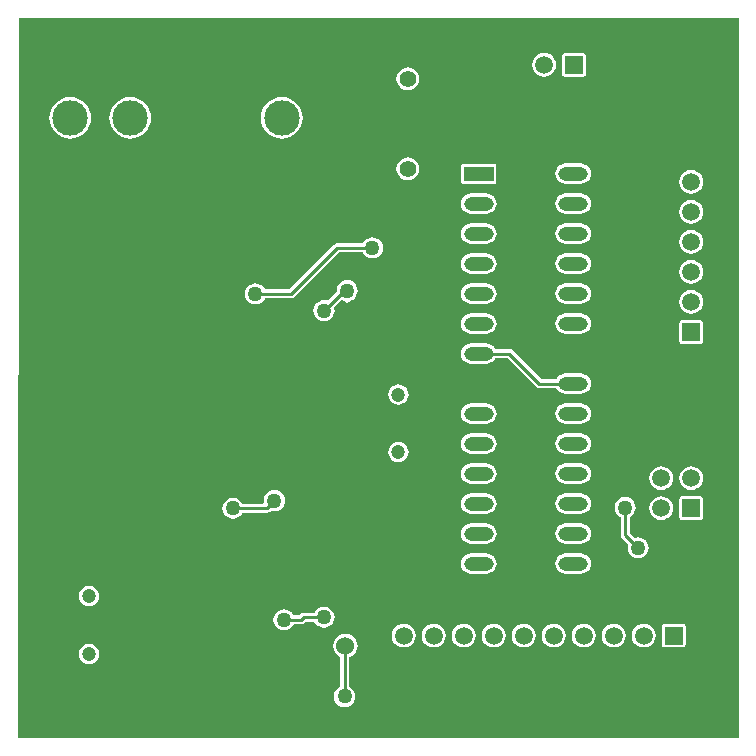
<source format=gbl>
G04 Layer_Physical_Order=2*
G04 Layer_Color=16711680*
%FSLAX44Y44*%
%MOMM*%
G71*
G01*
G75*
%ADD19C,0.2540*%
%ADD21C,1.5240*%
%ADD22C,1.5000*%
%ADD23R,1.5000X1.5000*%
%ADD24R,1.5000X1.5000*%
%ADD25C,1.4000*%
%ADD26R,2.5000X1.2000*%
%ADD27O,2.5000X1.2000*%
%ADD28C,1.2000*%
%ADD29C,3.0000*%
%ADD30C,1.2700*%
G36*
X1670000Y1230000D02*
Y620000D01*
X1060882Y620000D01*
X1059985Y620899D01*
X1061015Y1230000D01*
X1670000Y1230000D01*
D02*
G37*
%LPC*%
G36*
X1604600Y824727D02*
X1601979Y824382D01*
X1599537Y823370D01*
X1597439Y821761D01*
X1595830Y819663D01*
X1594818Y817221D01*
X1594473Y814600D01*
X1594818Y811979D01*
X1595830Y809537D01*
X1597439Y807439D01*
X1599537Y805830D01*
X1601979Y804818D01*
X1604600Y804473D01*
X1607221Y804818D01*
X1609663Y805830D01*
X1611761Y807439D01*
X1613370Y809537D01*
X1614382Y811979D01*
X1614727Y814600D01*
X1614382Y817221D01*
X1613370Y819663D01*
X1611761Y821761D01*
X1609663Y823370D01*
X1607221Y824382D01*
X1604600Y824727D01*
D02*
G37*
G36*
X1637500Y824690D02*
X1622500D01*
X1621509Y824493D01*
X1620669Y823931D01*
X1620107Y823091D01*
X1619910Y822100D01*
Y807100D01*
X1620107Y806109D01*
X1620669Y805269D01*
X1621509Y804707D01*
X1622500Y804510D01*
X1637500D01*
X1638491Y804707D01*
X1639331Y805269D01*
X1639893Y806109D01*
X1640090Y807100D01*
Y822100D01*
X1639893Y823091D01*
X1639331Y823931D01*
X1638491Y824493D01*
X1637500Y824690D01*
D02*
G37*
G36*
X1456500Y827014D02*
X1443500D01*
X1441271Y826720D01*
X1439193Y825860D01*
X1437409Y824491D01*
X1436040Y822707D01*
X1435180Y820629D01*
X1434886Y818400D01*
X1435180Y816171D01*
X1436040Y814093D01*
X1437409Y812309D01*
X1439193Y810940D01*
X1441271Y810080D01*
X1443500Y809786D01*
X1456500D01*
X1458729Y810080D01*
X1460807Y810940D01*
X1462591Y812309D01*
X1463960Y814093D01*
X1464820Y816171D01*
X1465114Y818400D01*
X1464820Y820629D01*
X1463960Y822707D01*
X1462591Y824491D01*
X1460807Y825860D01*
X1458729Y826720D01*
X1456500Y827014D01*
D02*
G37*
G36*
X1536500Y801614D02*
X1523500D01*
X1521271Y801320D01*
X1519193Y800460D01*
X1517409Y799091D01*
X1516040Y797307D01*
X1515180Y795229D01*
X1514886Y793000D01*
X1515180Y790771D01*
X1516040Y788693D01*
X1517409Y786909D01*
X1519193Y785540D01*
X1521271Y784680D01*
X1523500Y784386D01*
X1536500D01*
X1538729Y784680D01*
X1540807Y785540D01*
X1542591Y786909D01*
X1543960Y788693D01*
X1544820Y790771D01*
X1545114Y793000D01*
X1544820Y795229D01*
X1543960Y797307D01*
X1542591Y799091D01*
X1540807Y800460D01*
X1538729Y801320D01*
X1536500Y801614D01*
D02*
G37*
G36*
Y776214D02*
X1523500D01*
X1521271Y775920D01*
X1519193Y775060D01*
X1517409Y773691D01*
X1516040Y771907D01*
X1515180Y769829D01*
X1514886Y767600D01*
X1515180Y765371D01*
X1516040Y763293D01*
X1517409Y761509D01*
X1519193Y760140D01*
X1521271Y759280D01*
X1523500Y758986D01*
X1536500D01*
X1538729Y759280D01*
X1540807Y760140D01*
X1542591Y761509D01*
X1543960Y763293D01*
X1544820Y765371D01*
X1545114Y767600D01*
X1544820Y769829D01*
X1543960Y771907D01*
X1542591Y773691D01*
X1540807Y775060D01*
X1538729Y775920D01*
X1536500Y776214D01*
D02*
G37*
G36*
X1574000Y823967D02*
X1571679Y823661D01*
X1569517Y822765D01*
X1567660Y821340D01*
X1566235Y819483D01*
X1565339Y817321D01*
X1565033Y815000D01*
X1565339Y812679D01*
X1566235Y810517D01*
X1567660Y808660D01*
X1569517Y807235D01*
X1570115Y806987D01*
Y792000D01*
X1570411Y790513D01*
X1571253Y789253D01*
X1576587Y783919D01*
X1576339Y783321D01*
X1576033Y781000D01*
X1576339Y778679D01*
X1577235Y776517D01*
X1578660Y774660D01*
X1580517Y773235D01*
X1582679Y772339D01*
X1585000Y772033D01*
X1587321Y772339D01*
X1589483Y773235D01*
X1591340Y774660D01*
X1592765Y776517D01*
X1593661Y778679D01*
X1593967Y781000D01*
X1593661Y783321D01*
X1592765Y785483D01*
X1591340Y787340D01*
X1589483Y788765D01*
X1587321Y789661D01*
X1585000Y789967D01*
X1582679Y789661D01*
X1582081Y789413D01*
X1577885Y793609D01*
Y806987D01*
X1578483Y807235D01*
X1580340Y808660D01*
X1581765Y810517D01*
X1582661Y812679D01*
X1582967Y815000D01*
X1582661Y817321D01*
X1581765Y819483D01*
X1580340Y821340D01*
X1578483Y822765D01*
X1576321Y823661D01*
X1574000Y823967D01*
D02*
G37*
G36*
X1456500Y801614D02*
X1443500D01*
X1441271Y801320D01*
X1439193Y800460D01*
X1437409Y799091D01*
X1436040Y797307D01*
X1435180Y795229D01*
X1434886Y793000D01*
X1435180Y790771D01*
X1436040Y788693D01*
X1437409Y786909D01*
X1439193Y785540D01*
X1441271Y784680D01*
X1443500Y784386D01*
X1456500D01*
X1458729Y784680D01*
X1460807Y785540D01*
X1462591Y786909D01*
X1463960Y788693D01*
X1464820Y790771D01*
X1465114Y793000D01*
X1464820Y795229D01*
X1463960Y797307D01*
X1462591Y799091D01*
X1460807Y800460D01*
X1458729Y801320D01*
X1456500Y801614D01*
D02*
G37*
G36*
X1536500Y827014D02*
X1523500D01*
X1521271Y826720D01*
X1519193Y825860D01*
X1517409Y824491D01*
X1516040Y822707D01*
X1515180Y820629D01*
X1514886Y818400D01*
X1515180Y816171D01*
X1516040Y814093D01*
X1517409Y812309D01*
X1519193Y810940D01*
X1521271Y810080D01*
X1523500Y809786D01*
X1536500D01*
X1538729Y810080D01*
X1540807Y810940D01*
X1542591Y812309D01*
X1543960Y814093D01*
X1544820Y816171D01*
X1545114Y818400D01*
X1544820Y820629D01*
X1543960Y822707D01*
X1542591Y824491D01*
X1540807Y825860D01*
X1538729Y826720D01*
X1536500Y827014D01*
D02*
G37*
G36*
Y852414D02*
X1523500D01*
X1521271Y852120D01*
X1519193Y851260D01*
X1517409Y849891D01*
X1516040Y848107D01*
X1515180Y846029D01*
X1514886Y843800D01*
X1515180Y841571D01*
X1516040Y839493D01*
X1517409Y837709D01*
X1519193Y836340D01*
X1521271Y835480D01*
X1523500Y835186D01*
X1536500D01*
X1538729Y835480D01*
X1540807Y836340D01*
X1542591Y837709D01*
X1543960Y839493D01*
X1544820Y841571D01*
X1545114Y843800D01*
X1544820Y846029D01*
X1543960Y848107D01*
X1542591Y849891D01*
X1540807Y851260D01*
X1538729Y852120D01*
X1536500Y852414D01*
D02*
G37*
G36*
X1382000Y870614D02*
X1379771Y870320D01*
X1377693Y869460D01*
X1375909Y868091D01*
X1374540Y866307D01*
X1373680Y864229D01*
X1373386Y862000D01*
X1373680Y859771D01*
X1374540Y857693D01*
X1375909Y855909D01*
X1377693Y854540D01*
X1379771Y853680D01*
X1382000Y853386D01*
X1384229Y853680D01*
X1386307Y854540D01*
X1388091Y855909D01*
X1389460Y857693D01*
X1390320Y859771D01*
X1390614Y862000D01*
X1390320Y864229D01*
X1389460Y866307D01*
X1388091Y868091D01*
X1386307Y869460D01*
X1384229Y870320D01*
X1382000Y870614D01*
D02*
G37*
G36*
X1456500Y877814D02*
X1443500D01*
X1441271Y877520D01*
X1439193Y876660D01*
X1437409Y875291D01*
X1436040Y873507D01*
X1435180Y871429D01*
X1434886Y869200D01*
X1435180Y866971D01*
X1436040Y864893D01*
X1437409Y863109D01*
X1439193Y861740D01*
X1441271Y860880D01*
X1443500Y860586D01*
X1456500D01*
X1458729Y860880D01*
X1460807Y861740D01*
X1462591Y863109D01*
X1463960Y864893D01*
X1464820Y866971D01*
X1465114Y869200D01*
X1464820Y871429D01*
X1463960Y873507D01*
X1462591Y875291D01*
X1460807Y876660D01*
X1458729Y877520D01*
X1456500Y877814D01*
D02*
G37*
G36*
Y852414D02*
X1443500D01*
X1441271Y852120D01*
X1439193Y851260D01*
X1437409Y849891D01*
X1436040Y848107D01*
X1435180Y846029D01*
X1434886Y843800D01*
X1435180Y841571D01*
X1436040Y839493D01*
X1437409Y837709D01*
X1439193Y836340D01*
X1441271Y835480D01*
X1443500Y835186D01*
X1456500D01*
X1458729Y835480D01*
X1460807Y836340D01*
X1462591Y837709D01*
X1463960Y839493D01*
X1464820Y841571D01*
X1465114Y843800D01*
X1464820Y846029D01*
X1463960Y848107D01*
X1462591Y849891D01*
X1460807Y851260D01*
X1458729Y852120D01*
X1456500Y852414D01*
D02*
G37*
G36*
X1277000Y829967D02*
X1274679Y829661D01*
X1272517Y828765D01*
X1270660Y827340D01*
X1269235Y825483D01*
X1268339Y823321D01*
X1268033Y821000D01*
X1268210Y819655D01*
X1267154Y818385D01*
X1250013D01*
X1249765Y818983D01*
X1248340Y820840D01*
X1246483Y822265D01*
X1244321Y823161D01*
X1242000Y823467D01*
X1239679Y823161D01*
X1237517Y822265D01*
X1235660Y820840D01*
X1234235Y818983D01*
X1233339Y816821D01*
X1233033Y814500D01*
X1233339Y812179D01*
X1234235Y810017D01*
X1235660Y808160D01*
X1237517Y806735D01*
X1239679Y805839D01*
X1242000Y805533D01*
X1244321Y805839D01*
X1246483Y806735D01*
X1248340Y808160D01*
X1249765Y810017D01*
X1250013Y810615D01*
X1270500D01*
X1271987Y810911D01*
X1273247Y811753D01*
X1274081Y812587D01*
X1274679Y812339D01*
X1277000Y812033D01*
X1279321Y812339D01*
X1281483Y813235D01*
X1283340Y814660D01*
X1284765Y816517D01*
X1285661Y818679D01*
X1285967Y821000D01*
X1285661Y823321D01*
X1284765Y825483D01*
X1283340Y827340D01*
X1281483Y828765D01*
X1279321Y829661D01*
X1277000Y829967D01*
D02*
G37*
G36*
X1604600Y850127D02*
X1601979Y849782D01*
X1599537Y848770D01*
X1597439Y847161D01*
X1595830Y845063D01*
X1594818Y842621D01*
X1594473Y840000D01*
X1594818Y837379D01*
X1595830Y834937D01*
X1597439Y832839D01*
X1599537Y831230D01*
X1601979Y830218D01*
X1604600Y829873D01*
X1607221Y830218D01*
X1609663Y831230D01*
X1611761Y832839D01*
X1613370Y834937D01*
X1614382Y837379D01*
X1614727Y840000D01*
X1614382Y842621D01*
X1613370Y845063D01*
X1611761Y847161D01*
X1609663Y848770D01*
X1607221Y849782D01*
X1604600Y850127D01*
D02*
G37*
G36*
X1630000D02*
X1627379Y849782D01*
X1624937Y848770D01*
X1622839Y847161D01*
X1621230Y845063D01*
X1620218Y842621D01*
X1619873Y840000D01*
X1620218Y837379D01*
X1621230Y834937D01*
X1622839Y832839D01*
X1624937Y831230D01*
X1627379Y830218D01*
X1630000Y829873D01*
X1632621Y830218D01*
X1635063Y831230D01*
X1637161Y832839D01*
X1638770Y834937D01*
X1639782Y837379D01*
X1640127Y840000D01*
X1639782Y842621D01*
X1638770Y845063D01*
X1637161Y847161D01*
X1635063Y848770D01*
X1632621Y849782D01*
X1630000Y850127D01*
D02*
G37*
G36*
X1437350Y716877D02*
X1434729Y716532D01*
X1432287Y715520D01*
X1430189Y713911D01*
X1428580Y711813D01*
X1427568Y709371D01*
X1427223Y706750D01*
X1427568Y704129D01*
X1428580Y701687D01*
X1430189Y699589D01*
X1432287Y697980D01*
X1434729Y696968D01*
X1437350Y696623D01*
X1439971Y696968D01*
X1442413Y697980D01*
X1444511Y699589D01*
X1446120Y701687D01*
X1447132Y704129D01*
X1447477Y706750D01*
X1447132Y709371D01*
X1446120Y711813D01*
X1444511Y713911D01*
X1442413Y715520D01*
X1439971Y716532D01*
X1437350Y716877D01*
D02*
G37*
G36*
X1462750D02*
X1460129Y716532D01*
X1457687Y715520D01*
X1455589Y713911D01*
X1453980Y711813D01*
X1452968Y709371D01*
X1452623Y706750D01*
X1452968Y704129D01*
X1453980Y701687D01*
X1455589Y699589D01*
X1457687Y697980D01*
X1460129Y696968D01*
X1462750Y696623D01*
X1465371Y696968D01*
X1467813Y697980D01*
X1469911Y699589D01*
X1471520Y701687D01*
X1472532Y704129D01*
X1472877Y706750D01*
X1472532Y709371D01*
X1471520Y711813D01*
X1469911Y713911D01*
X1467813Y715520D01*
X1465371Y716532D01*
X1462750Y716877D01*
D02*
G37*
G36*
X1488150D02*
X1485529Y716532D01*
X1483087Y715520D01*
X1480989Y713911D01*
X1479380Y711813D01*
X1478368Y709371D01*
X1478023Y706750D01*
X1478368Y704129D01*
X1479380Y701687D01*
X1480989Y699589D01*
X1483087Y697980D01*
X1485529Y696968D01*
X1488150Y696623D01*
X1490771Y696968D01*
X1493213Y697980D01*
X1495311Y699589D01*
X1496920Y701687D01*
X1497932Y704129D01*
X1498277Y706750D01*
X1497932Y709371D01*
X1496920Y711813D01*
X1495311Y713911D01*
X1493213Y715520D01*
X1490771Y716532D01*
X1488150Y716877D01*
D02*
G37*
G36*
X1411950D02*
X1409329Y716532D01*
X1406887Y715520D01*
X1404789Y713911D01*
X1403180Y711813D01*
X1402168Y709371D01*
X1401823Y706750D01*
X1402168Y704129D01*
X1403180Y701687D01*
X1404789Y699589D01*
X1406887Y697980D01*
X1409329Y696968D01*
X1411950Y696623D01*
X1414571Y696968D01*
X1417013Y697980D01*
X1419111Y699589D01*
X1420720Y701687D01*
X1421732Y704129D01*
X1422077Y706750D01*
X1421732Y709371D01*
X1420720Y711813D01*
X1419111Y713911D01*
X1417013Y715520D01*
X1414571Y716532D01*
X1411950Y716877D01*
D02*
G37*
G36*
X1337250Y708248D02*
X1334598Y707898D01*
X1332126Y706875D01*
X1330004Y705246D01*
X1328375Y703124D01*
X1327352Y700652D01*
X1327002Y698000D01*
X1327352Y695348D01*
X1328375Y692876D01*
X1330004Y690754D01*
X1332126Y689125D01*
X1332615Y688923D01*
Y663263D01*
X1332017Y663015D01*
X1330160Y661590D01*
X1328735Y659733D01*
X1327839Y657571D01*
X1327533Y655250D01*
X1327839Y652929D01*
X1328735Y650767D01*
X1330160Y648910D01*
X1332017Y647485D01*
X1334179Y646589D01*
X1336500Y646283D01*
X1338821Y646589D01*
X1340983Y647485D01*
X1342840Y648910D01*
X1344265Y650767D01*
X1345161Y652929D01*
X1345467Y655250D01*
X1345161Y657571D01*
X1344265Y659733D01*
X1342840Y661590D01*
X1340983Y663015D01*
X1340385Y663263D01*
Y688301D01*
X1342374Y689125D01*
X1344496Y690754D01*
X1346125Y692876D01*
X1347148Y695348D01*
X1347498Y698000D01*
X1347148Y700652D01*
X1346125Y703124D01*
X1344496Y705246D01*
X1342374Y706875D01*
X1339902Y707898D01*
X1337250Y708248D01*
D02*
G37*
G36*
X1120000Y699814D02*
X1117771Y699520D01*
X1115693Y698660D01*
X1113909Y697291D01*
X1112540Y695507D01*
X1111680Y693429D01*
X1111386Y691200D01*
X1111680Y688971D01*
X1112540Y686893D01*
X1113909Y685109D01*
X1115693Y683740D01*
X1117771Y682880D01*
X1120000Y682586D01*
X1122229Y682880D01*
X1124307Y683740D01*
X1126091Y685109D01*
X1127460Y686893D01*
X1128320Y688971D01*
X1128614Y691200D01*
X1128320Y693429D01*
X1127460Y695507D01*
X1126091Y697291D01*
X1124307Y698660D01*
X1122229Y699520D01*
X1120000Y699814D01*
D02*
G37*
G36*
X1386550Y716877D02*
X1383929Y716532D01*
X1381487Y715520D01*
X1379389Y713911D01*
X1377780Y711813D01*
X1376768Y709371D01*
X1376423Y706750D01*
X1376768Y704129D01*
X1377780Y701687D01*
X1379389Y699589D01*
X1381487Y697980D01*
X1383929Y696968D01*
X1386550Y696623D01*
X1389171Y696968D01*
X1391613Y697980D01*
X1393711Y699589D01*
X1395320Y701687D01*
X1396332Y704129D01*
X1396677Y706750D01*
X1396332Y709371D01*
X1395320Y711813D01*
X1393711Y713911D01*
X1391613Y715520D01*
X1389171Y716532D01*
X1386550Y716877D01*
D02*
G37*
G36*
X1513550D02*
X1510929Y716532D01*
X1508487Y715520D01*
X1506389Y713911D01*
X1504780Y711813D01*
X1503768Y709371D01*
X1503423Y706750D01*
X1503768Y704129D01*
X1504780Y701687D01*
X1506389Y699589D01*
X1508487Y697980D01*
X1510929Y696968D01*
X1513550Y696623D01*
X1516171Y696968D01*
X1518613Y697980D01*
X1520711Y699589D01*
X1522320Y701687D01*
X1523332Y704129D01*
X1523677Y706750D01*
X1523332Y709371D01*
X1522320Y711813D01*
X1520711Y713911D01*
X1518613Y715520D01*
X1516171Y716532D01*
X1513550Y716877D01*
D02*
G37*
G36*
X1319000Y731217D02*
X1316679Y730911D01*
X1314517Y730015D01*
X1312660Y728590D01*
X1311235Y726733D01*
X1310987Y726135D01*
X1301750D01*
X1300263Y725839D01*
X1299003Y724997D01*
X1297891Y723885D01*
X1293263D01*
X1293015Y724483D01*
X1291590Y726340D01*
X1289733Y727765D01*
X1287571Y728661D01*
X1285250Y728967D01*
X1282929Y728661D01*
X1280767Y727765D01*
X1278910Y726340D01*
X1277485Y724483D01*
X1276589Y722321D01*
X1276283Y720000D01*
X1276589Y717679D01*
X1277485Y715517D01*
X1278910Y713660D01*
X1280767Y712235D01*
X1282929Y711339D01*
X1285250Y711033D01*
X1287571Y711339D01*
X1289733Y712235D01*
X1291590Y713660D01*
X1293015Y715517D01*
X1293263Y716115D01*
X1299500D01*
X1300987Y716411D01*
X1302247Y717253D01*
X1303359Y718365D01*
X1310987D01*
X1311235Y717767D01*
X1312660Y715910D01*
X1314517Y714485D01*
X1316679Y713589D01*
X1319000Y713283D01*
X1321321Y713589D01*
X1323483Y714485D01*
X1325340Y715910D01*
X1326765Y717767D01*
X1327661Y719929D01*
X1327967Y722250D01*
X1327661Y724571D01*
X1326765Y726733D01*
X1325340Y728590D01*
X1323483Y730015D01*
X1321321Y730911D01*
X1319000Y731217D01*
D02*
G37*
G36*
X1120000Y748614D02*
X1117771Y748320D01*
X1115693Y747460D01*
X1113909Y746091D01*
X1112540Y744307D01*
X1111680Y742229D01*
X1111386Y740000D01*
X1111680Y737771D01*
X1112540Y735693D01*
X1113909Y733909D01*
X1115693Y732540D01*
X1117771Y731680D01*
X1120000Y731386D01*
X1122229Y731680D01*
X1124307Y732540D01*
X1126091Y733909D01*
X1127460Y735693D01*
X1128320Y737771D01*
X1128614Y740000D01*
X1128320Y742229D01*
X1127460Y744307D01*
X1126091Y746091D01*
X1124307Y747460D01*
X1122229Y748320D01*
X1120000Y748614D01*
D02*
G37*
G36*
X1456500Y776214D02*
X1443500D01*
X1441271Y775920D01*
X1439193Y775060D01*
X1437409Y773691D01*
X1436040Y771907D01*
X1435180Y769829D01*
X1434886Y767600D01*
X1435180Y765371D01*
X1436040Y763293D01*
X1437409Y761509D01*
X1439193Y760140D01*
X1441271Y759280D01*
X1443500Y758986D01*
X1456500D01*
X1458729Y759280D01*
X1460807Y760140D01*
X1462591Y761509D01*
X1463960Y763293D01*
X1464820Y765371D01*
X1465114Y767600D01*
X1464820Y769829D01*
X1463960Y771907D01*
X1462591Y773691D01*
X1460807Y775060D01*
X1458729Y775920D01*
X1456500Y776214D01*
D02*
G37*
G36*
X1622650Y716840D02*
X1607650D01*
X1606659Y716643D01*
X1605819Y716081D01*
X1605257Y715241D01*
X1605060Y714250D01*
Y699250D01*
X1605257Y698259D01*
X1605819Y697419D01*
X1606659Y696857D01*
X1607650Y696660D01*
X1622650D01*
X1623641Y696857D01*
X1624481Y697419D01*
X1625043Y698259D01*
X1625240Y699250D01*
Y714250D01*
X1625043Y715241D01*
X1624481Y716081D01*
X1623641Y716643D01*
X1622650Y716840D01*
D02*
G37*
G36*
X1538950Y716877D02*
X1536329Y716532D01*
X1533887Y715520D01*
X1531789Y713911D01*
X1530180Y711813D01*
X1529168Y709371D01*
X1528823Y706750D01*
X1529168Y704129D01*
X1530180Y701687D01*
X1531789Y699589D01*
X1533887Y697980D01*
X1536329Y696968D01*
X1538950Y696623D01*
X1541571Y696968D01*
X1544013Y697980D01*
X1546111Y699589D01*
X1547720Y701687D01*
X1548732Y704129D01*
X1549077Y706750D01*
X1548732Y709371D01*
X1547720Y711813D01*
X1546111Y713911D01*
X1544013Y715520D01*
X1541571Y716532D01*
X1538950Y716877D01*
D02*
G37*
G36*
X1564350D02*
X1561729Y716532D01*
X1559287Y715520D01*
X1557189Y713911D01*
X1555580Y711813D01*
X1554568Y709371D01*
X1554223Y706750D01*
X1554568Y704129D01*
X1555580Y701687D01*
X1557189Y699589D01*
X1559287Y697980D01*
X1561729Y696968D01*
X1564350Y696623D01*
X1566971Y696968D01*
X1569413Y697980D01*
X1571511Y699589D01*
X1573120Y701687D01*
X1574132Y704129D01*
X1574477Y706750D01*
X1574132Y709371D01*
X1573120Y711813D01*
X1571511Y713911D01*
X1569413Y715520D01*
X1566971Y716532D01*
X1564350Y716877D01*
D02*
G37*
G36*
X1589750D02*
X1587129Y716532D01*
X1584687Y715520D01*
X1582589Y713911D01*
X1580980Y711813D01*
X1579968Y709371D01*
X1579623Y706750D01*
X1579968Y704129D01*
X1580980Y701687D01*
X1582589Y699589D01*
X1584687Y697980D01*
X1587129Y696968D01*
X1589750Y696623D01*
X1592371Y696968D01*
X1594813Y697980D01*
X1596911Y699589D01*
X1598520Y701687D01*
X1599532Y704129D01*
X1599877Y706750D01*
X1599532Y709371D01*
X1598520Y711813D01*
X1596911Y713911D01*
X1594813Y715520D01*
X1592371Y716532D01*
X1589750Y716877D01*
D02*
G37*
G36*
X1536500Y877814D02*
X1523500D01*
X1521271Y877520D01*
X1519193Y876660D01*
X1517409Y875291D01*
X1516040Y873507D01*
X1515180Y871429D01*
X1514886Y869200D01*
X1515180Y866971D01*
X1516040Y864893D01*
X1517409Y863109D01*
X1519193Y861740D01*
X1521271Y860880D01*
X1523500Y860586D01*
X1536500D01*
X1538729Y860880D01*
X1540807Y861740D01*
X1542591Y863109D01*
X1543960Y864893D01*
X1544820Y866971D01*
X1545114Y869200D01*
X1544820Y871429D01*
X1543960Y873507D01*
X1542591Y875291D01*
X1540807Y876660D01*
X1538729Y877520D01*
X1536500Y877814D01*
D02*
G37*
G36*
Y1081014D02*
X1523500D01*
X1521271Y1080720D01*
X1519193Y1079860D01*
X1517409Y1078491D01*
X1516040Y1076707D01*
X1515180Y1074629D01*
X1514886Y1072400D01*
X1515180Y1070171D01*
X1516040Y1068093D01*
X1517409Y1066309D01*
X1519193Y1064940D01*
X1521271Y1064080D01*
X1523500Y1063786D01*
X1536500D01*
X1538729Y1064080D01*
X1540807Y1064940D01*
X1542591Y1066309D01*
X1543960Y1068093D01*
X1544820Y1070171D01*
X1545114Y1072400D01*
X1544820Y1074629D01*
X1543960Y1076707D01*
X1542591Y1078491D01*
X1540807Y1079860D01*
X1538729Y1080720D01*
X1536500Y1081014D01*
D02*
G37*
G36*
X1630000Y1100927D02*
X1627379Y1100582D01*
X1624937Y1099570D01*
X1622839Y1097961D01*
X1621230Y1095863D01*
X1620218Y1093421D01*
X1619873Y1090800D01*
X1620218Y1088179D01*
X1621230Y1085737D01*
X1622839Y1083639D01*
X1624937Y1082030D01*
X1627379Y1081018D01*
X1630000Y1080673D01*
X1632621Y1081018D01*
X1635063Y1082030D01*
X1637161Y1083639D01*
X1638770Y1085737D01*
X1639782Y1088179D01*
X1640127Y1090800D01*
X1639782Y1093421D01*
X1638770Y1095863D01*
X1637161Y1097961D01*
X1635063Y1099570D01*
X1632621Y1100582D01*
X1630000Y1100927D01*
D02*
G37*
G36*
X1536500Y1106414D02*
X1523500D01*
X1521271Y1106120D01*
X1519193Y1105260D01*
X1517409Y1103891D01*
X1516040Y1102107D01*
X1515180Y1100029D01*
X1514886Y1097800D01*
X1515180Y1095571D01*
X1516040Y1093493D01*
X1517409Y1091709D01*
X1519193Y1090340D01*
X1521271Y1089480D01*
X1523500Y1089186D01*
X1536500D01*
X1538729Y1089480D01*
X1540807Y1090340D01*
X1542591Y1091709D01*
X1543960Y1093493D01*
X1544820Y1095571D01*
X1545114Y1097800D01*
X1544820Y1100029D01*
X1543960Y1102107D01*
X1542591Y1103891D01*
X1540807Y1105260D01*
X1538729Y1106120D01*
X1536500Y1106414D01*
D02*
G37*
G36*
X1456500Y1081014D02*
X1443500D01*
X1441271Y1080720D01*
X1439193Y1079860D01*
X1437409Y1078491D01*
X1436040Y1076707D01*
X1435180Y1074629D01*
X1434886Y1072400D01*
X1435180Y1070171D01*
X1436040Y1068093D01*
X1437409Y1066309D01*
X1439193Y1064940D01*
X1441271Y1064080D01*
X1443500Y1063786D01*
X1456500D01*
X1458729Y1064080D01*
X1460807Y1064940D01*
X1462591Y1066309D01*
X1463960Y1068093D01*
X1464820Y1070171D01*
X1465114Y1072400D01*
X1464820Y1074629D01*
X1463960Y1076707D01*
X1462591Y1078491D01*
X1460807Y1079860D01*
X1458729Y1080720D01*
X1456500Y1081014D01*
D02*
G37*
G36*
Y1055614D02*
X1443500D01*
X1441271Y1055320D01*
X1439193Y1054460D01*
X1437409Y1053091D01*
X1436040Y1051307D01*
X1435180Y1049229D01*
X1434886Y1047000D01*
X1435180Y1044771D01*
X1436040Y1042693D01*
X1437409Y1040909D01*
X1439193Y1039540D01*
X1441271Y1038680D01*
X1443500Y1038386D01*
X1456500D01*
X1458729Y1038680D01*
X1460807Y1039540D01*
X1462591Y1040909D01*
X1463960Y1042693D01*
X1464820Y1044771D01*
X1465114Y1047000D01*
X1464820Y1049229D01*
X1463960Y1051307D01*
X1462591Y1053091D01*
X1460807Y1054460D01*
X1458729Y1055320D01*
X1456500Y1055614D01*
D02*
G37*
G36*
X1536500D02*
X1523500D01*
X1521271Y1055320D01*
X1519193Y1054460D01*
X1517409Y1053091D01*
X1516040Y1051307D01*
X1515180Y1049229D01*
X1514886Y1047000D01*
X1515180Y1044771D01*
X1516040Y1042693D01*
X1517409Y1040909D01*
X1519193Y1039540D01*
X1521271Y1038680D01*
X1523500Y1038386D01*
X1536500D01*
X1538729Y1038680D01*
X1540807Y1039540D01*
X1542591Y1040909D01*
X1543960Y1042693D01*
X1544820Y1044771D01*
X1545114Y1047000D01*
X1544820Y1049229D01*
X1543960Y1051307D01*
X1542591Y1053091D01*
X1540807Y1054460D01*
X1538729Y1055320D01*
X1536500Y1055614D01*
D02*
G37*
G36*
X1630000Y1075527D02*
X1627379Y1075182D01*
X1624937Y1074170D01*
X1622839Y1072561D01*
X1621230Y1070463D01*
X1620218Y1068021D01*
X1619873Y1065400D01*
X1620218Y1062779D01*
X1621230Y1060337D01*
X1622839Y1058239D01*
X1624937Y1056630D01*
X1627379Y1055618D01*
X1630000Y1055273D01*
X1632621Y1055618D01*
X1635063Y1056630D01*
X1637161Y1058239D01*
X1638770Y1060337D01*
X1639782Y1062779D01*
X1640127Y1065400D01*
X1639782Y1068021D01*
X1638770Y1070463D01*
X1637161Y1072561D01*
X1635063Y1074170D01*
X1632621Y1075182D01*
X1630000Y1075527D01*
D02*
G37*
G36*
X1462500Y1106390D02*
X1437500D01*
X1436509Y1106193D01*
X1435669Y1105631D01*
X1435107Y1104791D01*
X1434910Y1103800D01*
Y1091800D01*
X1435107Y1090809D01*
X1435669Y1089969D01*
X1436509Y1089407D01*
X1437500Y1089210D01*
X1462500D01*
X1463491Y1089407D01*
X1464331Y1089969D01*
X1464893Y1090809D01*
X1465090Y1091800D01*
Y1103800D01*
X1464893Y1104791D01*
X1464331Y1105631D01*
X1463491Y1106193D01*
X1462500Y1106390D01*
D02*
G37*
G36*
X1390000Y1187722D02*
X1387509Y1187394D01*
X1385189Y1186433D01*
X1383196Y1184904D01*
X1381667Y1182911D01*
X1380706Y1180591D01*
X1380378Y1178100D01*
X1380706Y1175610D01*
X1381667Y1173289D01*
X1383196Y1171296D01*
X1385189Y1169767D01*
X1387509Y1168806D01*
X1390000Y1168478D01*
X1392490Y1168806D01*
X1394811Y1169767D01*
X1396804Y1171296D01*
X1398333Y1173289D01*
X1399294Y1175610D01*
X1399622Y1178100D01*
X1399294Y1180591D01*
X1398333Y1182911D01*
X1396804Y1184904D01*
X1394811Y1186433D01*
X1392490Y1187394D01*
X1390000Y1187722D01*
D02*
G37*
G36*
X1505400Y1200127D02*
X1502779Y1199782D01*
X1500337Y1198770D01*
X1498239Y1197161D01*
X1496630Y1195063D01*
X1495618Y1192621D01*
X1495273Y1190000D01*
X1495618Y1187379D01*
X1496630Y1184937D01*
X1498239Y1182839D01*
X1500337Y1181230D01*
X1502779Y1180218D01*
X1505400Y1179873D01*
X1508021Y1180218D01*
X1510463Y1181230D01*
X1512561Y1182839D01*
X1514170Y1184937D01*
X1515182Y1187379D01*
X1515527Y1190000D01*
X1515182Y1192621D01*
X1514170Y1195063D01*
X1512561Y1197161D01*
X1510463Y1198770D01*
X1508021Y1199782D01*
X1505400Y1200127D01*
D02*
G37*
G36*
X1538300Y1200090D02*
X1523300D01*
X1522309Y1199893D01*
X1521469Y1199331D01*
X1520907Y1198491D01*
X1520710Y1197500D01*
Y1182500D01*
X1520907Y1181509D01*
X1521469Y1180669D01*
X1522309Y1180107D01*
X1523300Y1179910D01*
X1538300D01*
X1539291Y1180107D01*
X1540131Y1180669D01*
X1540693Y1181509D01*
X1540890Y1182500D01*
Y1197500D01*
X1540693Y1198491D01*
X1540131Y1199331D01*
X1539291Y1199893D01*
X1538300Y1200090D01*
D02*
G37*
G36*
X1283250Y1162625D02*
X1279812Y1162286D01*
X1276505Y1161283D01*
X1273458Y1159654D01*
X1270787Y1157463D01*
X1268596Y1154792D01*
X1266967Y1151745D01*
X1265964Y1148438D01*
X1265625Y1145000D01*
X1265964Y1141562D01*
X1266967Y1138255D01*
X1268596Y1135208D01*
X1270787Y1132537D01*
X1273458Y1130346D01*
X1276505Y1128717D01*
X1279812Y1127714D01*
X1283250Y1127375D01*
X1286689Y1127714D01*
X1289995Y1128717D01*
X1293042Y1130346D01*
X1295713Y1132537D01*
X1297905Y1135208D01*
X1299533Y1138255D01*
X1300536Y1141562D01*
X1300875Y1145000D01*
X1300536Y1148438D01*
X1299533Y1151745D01*
X1297905Y1154792D01*
X1295713Y1157463D01*
X1293042Y1159654D01*
X1289995Y1161283D01*
X1286689Y1162286D01*
X1283250Y1162625D01*
D02*
G37*
G36*
X1390000Y1111522D02*
X1387509Y1111195D01*
X1385189Y1110233D01*
X1383196Y1108704D01*
X1381667Y1106711D01*
X1380706Y1104390D01*
X1380378Y1101900D01*
X1380706Y1099410D01*
X1381667Y1097089D01*
X1383196Y1095096D01*
X1385189Y1093567D01*
X1387509Y1092606D01*
X1390000Y1092278D01*
X1392490Y1092606D01*
X1394811Y1093567D01*
X1396804Y1095096D01*
X1398333Y1097089D01*
X1399294Y1099410D01*
X1399622Y1101900D01*
X1399294Y1104390D01*
X1398333Y1106711D01*
X1396804Y1108704D01*
X1394811Y1110233D01*
X1392490Y1111195D01*
X1390000Y1111522D01*
D02*
G37*
G36*
X1104200Y1162625D02*
X1100762Y1162286D01*
X1097455Y1161283D01*
X1094408Y1159654D01*
X1091737Y1157463D01*
X1089546Y1154792D01*
X1087917Y1151745D01*
X1086914Y1148438D01*
X1086575Y1145000D01*
X1086914Y1141562D01*
X1087917Y1138255D01*
X1089546Y1135208D01*
X1091737Y1132537D01*
X1094408Y1130346D01*
X1097455Y1128717D01*
X1100762Y1127714D01*
X1104200Y1127375D01*
X1107638Y1127714D01*
X1110945Y1128717D01*
X1113992Y1130346D01*
X1116663Y1132537D01*
X1118855Y1135208D01*
X1120483Y1138255D01*
X1121486Y1141562D01*
X1121825Y1145000D01*
X1121486Y1148438D01*
X1120483Y1151745D01*
X1118855Y1154792D01*
X1116663Y1157463D01*
X1113992Y1159654D01*
X1110945Y1161283D01*
X1107638Y1162286D01*
X1104200Y1162625D01*
D02*
G37*
G36*
X1155000D02*
X1151562Y1162286D01*
X1148255Y1161283D01*
X1145208Y1159654D01*
X1142537Y1157463D01*
X1140346Y1154792D01*
X1138717Y1151745D01*
X1137714Y1148438D01*
X1137375Y1145000D01*
X1137714Y1141562D01*
X1138717Y1138255D01*
X1140346Y1135208D01*
X1142537Y1132537D01*
X1145208Y1130346D01*
X1148255Y1128717D01*
X1151562Y1127714D01*
X1155000Y1127375D01*
X1158438Y1127714D01*
X1161745Y1128717D01*
X1164792Y1130346D01*
X1167463Y1132537D01*
X1169654Y1135208D01*
X1171283Y1138255D01*
X1172286Y1141562D01*
X1172625Y1145000D01*
X1172286Y1148438D01*
X1171283Y1151745D01*
X1169654Y1154792D01*
X1167463Y1157463D01*
X1164792Y1159654D01*
X1161745Y1161283D01*
X1158438Y1162286D01*
X1155000Y1162625D01*
D02*
G37*
G36*
X1630000Y1050127D02*
X1627379Y1049782D01*
X1624937Y1048770D01*
X1622839Y1047161D01*
X1621230Y1045063D01*
X1620218Y1042621D01*
X1619873Y1040000D01*
X1620218Y1037379D01*
X1621230Y1034937D01*
X1622839Y1032839D01*
X1624937Y1031230D01*
X1627379Y1030218D01*
X1630000Y1029873D01*
X1632621Y1030218D01*
X1635063Y1031230D01*
X1637161Y1032839D01*
X1638770Y1034937D01*
X1639782Y1037379D01*
X1640127Y1040000D01*
X1639782Y1042621D01*
X1638770Y1045063D01*
X1637161Y1047161D01*
X1635063Y1048770D01*
X1632621Y1049782D01*
X1630000Y1050127D01*
D02*
G37*
G36*
X1637500Y973890D02*
X1622500D01*
X1621509Y973693D01*
X1620669Y973131D01*
X1620107Y972291D01*
X1619910Y971300D01*
Y956300D01*
X1620107Y955309D01*
X1620669Y954469D01*
X1621509Y953907D01*
X1622500Y953710D01*
X1637500D01*
X1638491Y953907D01*
X1639331Y954469D01*
X1639893Y955309D01*
X1640090Y956300D01*
Y971300D01*
X1639893Y972291D01*
X1639331Y973131D01*
X1638491Y973693D01*
X1637500Y973890D01*
D02*
G37*
G36*
X1456500Y979414D02*
X1443500D01*
X1441271Y979120D01*
X1439193Y978260D01*
X1437409Y976891D01*
X1436040Y975107D01*
X1435180Y973029D01*
X1434886Y970800D01*
X1435180Y968571D01*
X1436040Y966493D01*
X1437409Y964709D01*
X1439193Y963340D01*
X1441271Y962480D01*
X1443500Y962186D01*
X1456500D01*
X1458729Y962480D01*
X1460807Y963340D01*
X1462591Y964709D01*
X1463960Y966493D01*
X1464820Y968571D01*
X1465114Y970800D01*
X1464820Y973029D01*
X1463960Y975107D01*
X1462591Y976891D01*
X1460807Y978260D01*
X1458729Y979120D01*
X1456500Y979414D01*
D02*
G37*
G36*
X1536500D02*
X1523500D01*
X1521271Y979120D01*
X1519193Y978260D01*
X1517409Y976891D01*
X1516040Y975107D01*
X1515180Y973029D01*
X1514886Y970800D01*
X1515180Y968571D01*
X1516040Y966493D01*
X1517409Y964709D01*
X1519193Y963340D01*
X1521271Y962480D01*
X1523500Y962186D01*
X1536500D01*
X1538729Y962480D01*
X1540807Y963340D01*
X1542591Y964709D01*
X1543960Y966493D01*
X1544820Y968571D01*
X1545114Y970800D01*
X1544820Y973029D01*
X1543960Y975107D01*
X1542591Y976891D01*
X1540807Y978260D01*
X1538729Y979120D01*
X1536500Y979414D01*
D02*
G37*
G36*
X1456500Y954014D02*
X1443500D01*
X1441271Y953720D01*
X1439193Y952860D01*
X1437409Y951491D01*
X1436040Y949707D01*
X1435180Y947629D01*
X1434886Y945400D01*
X1435180Y943171D01*
X1436040Y941093D01*
X1437409Y939309D01*
X1439193Y937940D01*
X1441271Y937080D01*
X1443500Y936786D01*
X1456500D01*
X1458729Y937080D01*
X1460807Y937940D01*
X1462591Y939309D01*
X1463960Y941093D01*
X1464135Y941515D01*
X1474491D01*
X1498753Y917253D01*
X1500013Y916411D01*
X1501500Y916115D01*
X1515865D01*
X1516040Y915693D01*
X1517409Y913909D01*
X1519193Y912540D01*
X1521271Y911680D01*
X1523500Y911386D01*
X1536500D01*
X1538729Y911680D01*
X1540807Y912540D01*
X1542591Y913909D01*
X1543960Y915693D01*
X1544820Y917771D01*
X1545114Y920000D01*
X1544820Y922229D01*
X1543960Y924307D01*
X1542591Y926091D01*
X1540807Y927460D01*
X1538729Y928320D01*
X1536500Y928614D01*
X1523500D01*
X1521271Y928320D01*
X1519193Y927460D01*
X1517409Y926091D01*
X1516040Y924307D01*
X1515865Y923885D01*
X1503109D01*
X1478847Y948147D01*
X1477587Y948989D01*
X1476100Y949285D01*
X1464135D01*
X1463960Y949707D01*
X1462591Y951491D01*
X1460807Y952860D01*
X1458729Y953720D01*
X1456500Y954014D01*
D02*
G37*
G36*
Y903214D02*
X1443500D01*
X1441271Y902920D01*
X1439193Y902060D01*
X1437409Y900691D01*
X1436040Y898907D01*
X1435180Y896829D01*
X1434886Y894600D01*
X1435180Y892371D01*
X1436040Y890293D01*
X1437409Y888509D01*
X1439193Y887140D01*
X1441271Y886280D01*
X1443500Y885986D01*
X1456500D01*
X1458729Y886280D01*
X1460807Y887140D01*
X1462591Y888509D01*
X1463960Y890293D01*
X1464820Y892371D01*
X1465114Y894600D01*
X1464820Y896829D01*
X1463960Y898907D01*
X1462591Y900691D01*
X1460807Y902060D01*
X1458729Y902920D01*
X1456500Y903214D01*
D02*
G37*
G36*
X1536500D02*
X1523500D01*
X1521271Y902920D01*
X1519193Y902060D01*
X1517409Y900691D01*
X1516040Y898907D01*
X1515180Y896829D01*
X1514886Y894600D01*
X1515180Y892371D01*
X1516040Y890293D01*
X1517409Y888509D01*
X1519193Y887140D01*
X1521271Y886280D01*
X1523500Y885986D01*
X1536500D01*
X1538729Y886280D01*
X1540807Y887140D01*
X1542591Y888509D01*
X1543960Y890293D01*
X1544820Y892371D01*
X1545114Y894600D01*
X1544820Y896829D01*
X1543960Y898907D01*
X1542591Y900691D01*
X1540807Y902060D01*
X1538729Y902920D01*
X1536500Y903214D01*
D02*
G37*
G36*
X1382000Y919414D02*
X1379771Y919120D01*
X1377693Y918260D01*
X1375909Y916891D01*
X1374540Y915107D01*
X1373680Y913029D01*
X1373386Y910800D01*
X1373680Y908571D01*
X1374540Y906493D01*
X1375909Y904709D01*
X1377693Y903340D01*
X1379771Y902480D01*
X1382000Y902186D01*
X1384229Y902480D01*
X1386307Y903340D01*
X1388091Y904709D01*
X1389460Y906493D01*
X1390320Y908571D01*
X1390614Y910800D01*
X1390320Y913029D01*
X1389460Y915107D01*
X1388091Y916891D01*
X1386307Y918260D01*
X1384229Y919120D01*
X1382000Y919414D01*
D02*
G37*
G36*
X1630000Y999327D02*
X1627379Y998982D01*
X1624937Y997970D01*
X1622839Y996361D01*
X1621230Y994263D01*
X1620218Y991821D01*
X1619873Y989200D01*
X1620218Y986579D01*
X1621230Y984137D01*
X1622839Y982039D01*
X1624937Y980430D01*
X1627379Y979418D01*
X1630000Y979073D01*
X1632621Y979418D01*
X1635063Y980430D01*
X1637161Y982039D01*
X1638770Y984137D01*
X1639782Y986579D01*
X1640127Y989200D01*
X1639782Y991821D01*
X1638770Y994263D01*
X1637161Y996361D01*
X1635063Y997970D01*
X1632621Y998982D01*
X1630000Y999327D01*
D02*
G37*
G36*
X1456500Y1030214D02*
X1443500D01*
X1441271Y1029920D01*
X1439193Y1029060D01*
X1437409Y1027691D01*
X1436040Y1025907D01*
X1435180Y1023829D01*
X1434886Y1021600D01*
X1435180Y1019371D01*
X1436040Y1017293D01*
X1437409Y1015509D01*
X1439193Y1014140D01*
X1441271Y1013280D01*
X1443500Y1012986D01*
X1456500D01*
X1458729Y1013280D01*
X1460807Y1014140D01*
X1462591Y1015509D01*
X1463960Y1017293D01*
X1464820Y1019371D01*
X1465114Y1021600D01*
X1464820Y1023829D01*
X1463960Y1025907D01*
X1462591Y1027691D01*
X1460807Y1029060D01*
X1458729Y1029920D01*
X1456500Y1030214D01*
D02*
G37*
G36*
X1536500D02*
X1523500D01*
X1521271Y1029920D01*
X1519193Y1029060D01*
X1517409Y1027691D01*
X1516040Y1025907D01*
X1515180Y1023829D01*
X1514886Y1021600D01*
X1515180Y1019371D01*
X1516040Y1017293D01*
X1517409Y1015509D01*
X1519193Y1014140D01*
X1521271Y1013280D01*
X1523500Y1012986D01*
X1536500D01*
X1538729Y1013280D01*
X1540807Y1014140D01*
X1542591Y1015509D01*
X1543960Y1017293D01*
X1544820Y1019371D01*
X1545114Y1021600D01*
X1544820Y1023829D01*
X1543960Y1025907D01*
X1542591Y1027691D01*
X1540807Y1029060D01*
X1538729Y1029920D01*
X1536500Y1030214D01*
D02*
G37*
G36*
X1360000Y1043967D02*
X1357679Y1043661D01*
X1355517Y1042765D01*
X1353660Y1041340D01*
X1352235Y1039483D01*
X1351987Y1038885D01*
X1330000D01*
X1328513Y1038589D01*
X1327253Y1037747D01*
X1289391Y999885D01*
X1269013D01*
X1268765Y1000483D01*
X1267340Y1002340D01*
X1265483Y1003765D01*
X1263321Y1004661D01*
X1261000Y1004967D01*
X1258679Y1004661D01*
X1256517Y1003765D01*
X1254660Y1002340D01*
X1253235Y1000483D01*
X1252339Y998321D01*
X1252033Y996000D01*
X1252339Y993679D01*
X1253235Y991517D01*
X1254660Y989660D01*
X1256517Y988235D01*
X1258679Y987339D01*
X1261000Y987033D01*
X1263321Y987339D01*
X1265483Y988235D01*
X1267340Y989660D01*
X1268765Y991517D01*
X1269013Y992115D01*
X1291000D01*
X1292487Y992411D01*
X1293747Y993253D01*
X1331609Y1031115D01*
X1351987D01*
X1352235Y1030517D01*
X1353660Y1028660D01*
X1355517Y1027235D01*
X1357679Y1026339D01*
X1360000Y1026033D01*
X1362321Y1026339D01*
X1364483Y1027235D01*
X1366340Y1028660D01*
X1367765Y1030517D01*
X1368661Y1032679D01*
X1368967Y1035000D01*
X1368661Y1037321D01*
X1367765Y1039483D01*
X1366340Y1041340D01*
X1364483Y1042765D01*
X1362321Y1043661D01*
X1360000Y1043967D01*
D02*
G37*
G36*
X1630000Y1024727D02*
X1627379Y1024382D01*
X1624937Y1023370D01*
X1622839Y1021761D01*
X1621230Y1019663D01*
X1620218Y1017221D01*
X1619873Y1014600D01*
X1620218Y1011979D01*
X1621230Y1009537D01*
X1622839Y1007439D01*
X1624937Y1005830D01*
X1627379Y1004818D01*
X1630000Y1004473D01*
X1632621Y1004818D01*
X1635063Y1005830D01*
X1637161Y1007439D01*
X1638770Y1009537D01*
X1639782Y1011979D01*
X1640127Y1014600D01*
X1639782Y1017221D01*
X1638770Y1019663D01*
X1637161Y1021761D01*
X1635063Y1023370D01*
X1632621Y1024382D01*
X1630000Y1024727D01*
D02*
G37*
G36*
X1456500Y1004814D02*
X1443500D01*
X1441271Y1004520D01*
X1439193Y1003660D01*
X1437409Y1002291D01*
X1436040Y1000507D01*
X1435180Y998429D01*
X1434886Y996200D01*
X1435180Y993971D01*
X1436040Y991893D01*
X1437409Y990109D01*
X1439193Y988740D01*
X1441271Y987880D01*
X1443500Y987586D01*
X1456500D01*
X1458729Y987880D01*
X1460807Y988740D01*
X1462591Y990109D01*
X1463960Y991893D01*
X1464820Y993971D01*
X1465114Y996200D01*
X1464820Y998429D01*
X1463960Y1000507D01*
X1462591Y1002291D01*
X1460807Y1003660D01*
X1458729Y1004520D01*
X1456500Y1004814D01*
D02*
G37*
G36*
X1536500D02*
X1523500D01*
X1521271Y1004520D01*
X1519193Y1003660D01*
X1517409Y1002291D01*
X1516040Y1000507D01*
X1515180Y998429D01*
X1514886Y996200D01*
X1515180Y993971D01*
X1516040Y991893D01*
X1517409Y990109D01*
X1519193Y988740D01*
X1521271Y987880D01*
X1523500Y987586D01*
X1536500D01*
X1538729Y987880D01*
X1540807Y988740D01*
X1542591Y990109D01*
X1543960Y991893D01*
X1544820Y993971D01*
X1545114Y996200D01*
X1544820Y998429D01*
X1543960Y1000507D01*
X1542591Y1002291D01*
X1540807Y1003660D01*
X1538729Y1004520D01*
X1536500Y1004814D01*
D02*
G37*
G36*
X1338750Y1007717D02*
X1336429Y1007411D01*
X1334267Y1006515D01*
X1332410Y1005090D01*
X1330985Y1003233D01*
X1330089Y1001071D01*
X1329783Y998750D01*
X1329867Y998111D01*
X1321920Y990163D01*
X1321321Y990411D01*
X1319000Y990717D01*
X1316679Y990411D01*
X1314517Y989515D01*
X1312660Y988090D01*
X1311235Y986233D01*
X1310339Y984071D01*
X1310033Y981750D01*
X1310339Y979429D01*
X1311235Y977267D01*
X1312660Y975410D01*
X1314517Y973985D01*
X1316679Y973089D01*
X1319000Y972783D01*
X1321321Y973089D01*
X1323483Y973985D01*
X1325340Y975410D01*
X1326765Y977267D01*
X1327661Y979429D01*
X1327967Y981750D01*
X1327661Y984071D01*
X1327413Y984669D01*
X1333962Y991218D01*
X1334267Y990985D01*
X1335530Y990461D01*
X1336003Y989753D01*
X1337263Y988911D01*
X1338750Y988615D01*
X1340237Y988911D01*
X1341497Y989753D01*
X1341970Y990461D01*
X1343233Y990985D01*
X1345090Y992410D01*
X1346515Y994267D01*
X1347411Y996429D01*
X1347717Y998750D01*
X1347411Y1001071D01*
X1346515Y1003233D01*
X1345090Y1005090D01*
X1343233Y1006515D01*
X1341071Y1007411D01*
X1338750Y1007717D01*
D02*
G37*
%LPD*%
D19*
X1501500Y920000D02*
X1530000D01*
X1476100Y945400D02*
X1501500Y920000D01*
X1450000Y945400D02*
X1476100D01*
X1285250Y720000D02*
X1299500D01*
X1301750Y722250D01*
X1319000D01*
X1336000Y998750D02*
X1338750D01*
X1319000Y981750D02*
X1336000Y998750D01*
X1336500Y697250D02*
X1337250Y698000D01*
X1336500Y655250D02*
Y697250D01*
X1242000Y814500D02*
X1270500D01*
X1277000Y821000D01*
X1261000Y996000D02*
X1291000D01*
X1330000Y1035000D01*
X1360000D01*
X1574000Y792000D02*
Y815000D01*
Y792000D02*
X1585000Y781000D01*
D21*
X1115000Y880000D02*
D03*
X1620000Y645000D02*
D03*
Y1200000D02*
D03*
X1337250Y698000D02*
D03*
D22*
X1454600Y1190000D02*
D03*
X1480000D02*
D03*
X1505400D02*
D03*
X1630000Y989200D02*
D03*
Y1014600D02*
D03*
Y1040000D02*
D03*
Y1065400D02*
D03*
Y1090800D02*
D03*
X1564350Y706750D02*
D03*
X1386550D02*
D03*
X1411950D02*
D03*
X1437350D02*
D03*
X1462750D02*
D03*
X1488150D02*
D03*
X1513550D02*
D03*
X1538950D02*
D03*
X1589750D02*
D03*
X1604600Y840000D02*
D03*
X1630000D02*
D03*
X1604600Y814600D02*
D03*
D23*
X1530800Y1190000D02*
D03*
X1615150Y706750D02*
D03*
D24*
X1630000Y963800D02*
D03*
Y814600D02*
D03*
D25*
X1390000Y1178100D02*
D03*
Y1101900D02*
D03*
D26*
X1450000Y1097800D02*
D03*
D27*
Y1072400D02*
D03*
Y1047000D02*
D03*
Y1021600D02*
D03*
Y996200D02*
D03*
Y970800D02*
D03*
Y945400D02*
D03*
Y920000D02*
D03*
Y894600D02*
D03*
Y869200D02*
D03*
Y843800D02*
D03*
Y818400D02*
D03*
Y793000D02*
D03*
Y767600D02*
D03*
X1530000Y1097800D02*
D03*
Y1072400D02*
D03*
Y1047000D02*
D03*
Y1021600D02*
D03*
Y996200D02*
D03*
Y970800D02*
D03*
Y945400D02*
D03*
Y920000D02*
D03*
Y894600D02*
D03*
Y869200D02*
D03*
Y843800D02*
D03*
Y818400D02*
D03*
Y793000D02*
D03*
Y767600D02*
D03*
D28*
X1120000Y740000D02*
D03*
Y691200D02*
D03*
X1382000Y910800D02*
D03*
Y862000D02*
D03*
D29*
X1232450Y1145000D02*
D03*
X1283250D02*
D03*
X1104200D02*
D03*
X1155000D02*
D03*
D30*
X1319000Y722250D02*
D03*
X1285250Y720000D02*
D03*
X1338750Y998750D02*
D03*
X1319000Y981750D02*
D03*
X1336500Y655250D02*
D03*
X1242000Y814500D02*
D03*
X1277000Y821000D02*
D03*
X1152500Y649750D02*
D03*
X1144000Y780000D02*
D03*
X1294000Y803250D02*
D03*
X1201000Y1019250D02*
D03*
X1145500Y852500D02*
D03*
X1389000Y796000D02*
D03*
X1261000Y996000D02*
D03*
X1360000Y1035000D02*
D03*
X1260000Y873000D02*
D03*
X1585000Y781000D02*
D03*
X1574000Y815000D02*
D03*
M02*

</source>
